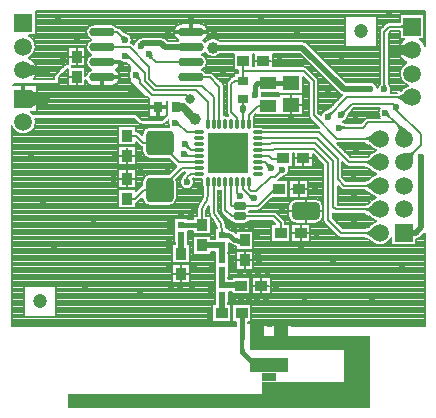
<source format=gtl>
G04*
G04 #@! TF.GenerationSoftware,Altium Limited,Altium Designer,18.1.6 (161)*
G04*
G04 Layer_Physical_Order=1*
G04 Layer_Color=255*
%FSLAX24Y24*%
%MOIN*%
G70*
G01*
G75*
%ADD12C,0.0079*%
%ADD14O,0.0850X0.0295*%
%ADD15R,0.0236X0.0217*%
G04:AMPARAMS|DCode=16|XSize=43.3mil|YSize=23.6mil|CornerRadius=5.9mil|HoleSize=0mil|Usage=FLASHONLY|Rotation=0.000|XOffset=0mil|YOffset=0mil|HoleType=Round|Shape=RoundedRectangle|*
%AMROUNDEDRECTD16*
21,1,0.0433,0.0118,0,0,0.0*
21,1,0.0315,0.0236,0,0,0.0*
1,1,0.0118,0.0157,-0.0059*
1,1,0.0118,-0.0157,-0.0059*
1,1,0.0118,-0.0157,0.0059*
1,1,0.0118,0.0157,0.0059*
%
%ADD16ROUNDEDRECTD16*%
G04:AMPARAMS|DCode=17|XSize=94.5mil|YSize=59.1mil|CornerRadius=14.8mil|HoleSize=0mil|Usage=FLASHONLY|Rotation=0.000|XOffset=0mil|YOffset=0mil|HoleType=Round|Shape=RoundedRectangle|*
%AMROUNDEDRECTD17*
21,1,0.0945,0.0295,0,0,0.0*
21,1,0.0650,0.0591,0,0,0.0*
1,1,0.0295,0.0325,-0.0148*
1,1,0.0295,-0.0325,-0.0148*
1,1,0.0295,-0.0325,0.0148*
1,1,0.0295,0.0325,0.0148*
%
%ADD17ROUNDEDRECTD17*%
G04:AMPARAMS|DCode=18|XSize=90.6mil|YSize=82.7mil|CornerRadius=12.4mil|HoleSize=0mil|Usage=FLASHONLY|Rotation=180.000|XOffset=0mil|YOffset=0mil|HoleType=Round|Shape=RoundedRectangle|*
%AMROUNDEDRECTD18*
21,1,0.0906,0.0579,0,0,180.0*
21,1,0.0657,0.0827,0,0,180.0*
1,1,0.0248,-0.0329,0.0289*
1,1,0.0248,0.0329,0.0289*
1,1,0.0248,0.0329,-0.0289*
1,1,0.0248,-0.0329,-0.0289*
%
%ADD18ROUNDEDRECTD18*%
%ADD19O,0.0335X0.0110*%
%ADD20O,0.0110X0.0335*%
%ADD21R,0.1358X0.1358*%
%ADD40C,0.0157*%
%ADD41C,0.0472*%
%ADD42R,0.0181X0.0799*%
%ADD43R,0.0472X0.0394*%
%ADD44R,0.0394X0.0354*%
%ADD45R,0.0354X0.0394*%
%ADD46R,0.0551X0.0413*%
%ADD47R,0.0571X0.0453*%
%ADD48R,0.0354X0.0276*%
%ADD49R,0.0276X0.0354*%
%ADD50C,0.0118*%
%ADD51C,0.0197*%
%ADD52C,0.0181*%
%ADD53C,0.0177*%
%ADD54C,0.0276*%
%ADD55C,0.0394*%
%ADD56C,0.0315*%
%ADD57R,0.1260X0.0476*%
%ADD58R,0.2756X0.0394*%
%ADD59R,0.4008X0.0508*%
%ADD60R,0.0472X0.0799*%
%ADD61R,0.0859X0.2429*%
%ADD62R,1.0071X0.0476*%
%ADD63R,0.0472X0.0315*%
%ADD64R,0.0591X0.0115*%
%ADD65R,0.0813X0.0161*%
%ADD66C,0.0591*%
%ADD67R,0.0591X0.0591*%
%ADD68R,0.0591X0.0591*%
%ADD69C,0.0236*%
%ADD70C,0.0394*%
%ADD71C,0.0315*%
G36*
X30842Y38141D02*
X30851Y38135D01*
X30859Y38129D01*
X30869Y38124D01*
X30879Y38120D01*
X30889Y38116D01*
X30899Y38113D01*
X30910Y38112D01*
X30922Y38111D01*
X30934Y38110D01*
X30817Y37993D01*
X30817Y38005D01*
X30816Y38017D01*
X30814Y38028D01*
X30811Y38038D01*
X30808Y38049D01*
X30803Y38058D01*
X30798Y38068D01*
X30792Y38077D01*
X30786Y38085D01*
X30778Y38093D01*
X30834Y38149D01*
X30842Y38141D01*
D02*
G37*
G36*
X31040Y37507D02*
X31044Y37501D01*
X31057Y37486D01*
X31114Y37426D01*
X31130Y37410D01*
X31087Y37341D01*
X31079Y37349D01*
X31070Y37356D01*
X31062Y37361D01*
X31053Y37364D01*
X31045Y37367D01*
X31037Y37367D01*
X31029Y37367D01*
X31021Y37365D01*
X31013Y37361D01*
X31006Y37356D01*
X31037Y37511D01*
X31040Y37507D01*
D02*
G37*
G36*
X31862Y37454D02*
X31860Y37443D01*
X31860Y37433D01*
X31860Y37423D01*
X31862Y37414D01*
X31865Y37405D01*
X31869Y37395D01*
X31875Y37387D01*
X31881Y37378D01*
X31889Y37370D01*
X31815Y37332D01*
X31807Y37340D01*
X31799Y37346D01*
X31791Y37353D01*
X31782Y37359D01*
X31762Y37370D01*
X31752Y37374D01*
X31730Y37383D01*
X31718Y37387D01*
X31864Y37464D01*
X31862Y37454D01*
D02*
G37*
G36*
X27781Y37166D02*
X27794Y37157D01*
X27810Y37150D01*
X27828Y37144D01*
X27848Y37138D01*
X27871Y37134D01*
X27896Y37130D01*
X27954Y37126D01*
X27986Y37126D01*
Y36811D01*
X27954Y36811D01*
X27896Y36807D01*
X27871Y36803D01*
X27848Y36799D01*
X27828Y36793D01*
X27810Y36787D01*
X27794Y36780D01*
X27781Y36771D01*
X27770Y36762D01*
Y37175D01*
X27781Y37166D01*
D02*
G37*
G36*
X31418Y36788D02*
X31419Y36777D01*
X31421Y36766D01*
X31423Y36755D01*
X31427Y36745D01*
X31431Y36735D01*
X31436Y36726D01*
X31442Y36717D01*
X31448Y36708D01*
X31456Y36700D01*
X31400Y36644D01*
X31392Y36652D01*
X31384Y36659D01*
X31375Y36664D01*
X31365Y36669D01*
X31356Y36674D01*
X31345Y36677D01*
X31335Y36680D01*
X31324Y36682D01*
X31312Y36683D01*
X31300Y36683D01*
X31417Y36800D01*
X31418Y36788D01*
D02*
G37*
G36*
X35358Y36216D02*
X35193D01*
X35194Y36218D01*
X35194Y36220D01*
X35195Y36225D01*
X35196Y36237D01*
X35197Y36277D01*
X35197Y36291D01*
X35354D01*
X35358Y36216D01*
D02*
G37*
G36*
X27857Y36299D02*
X27869Y36283D01*
X27889Y36268D01*
X27916Y36255D01*
X27952Y36245D01*
X27995Y36236D01*
X28046Y36229D01*
X28172Y36221D01*
X28247Y36220D01*
Y35827D01*
X28172Y35826D01*
X27995Y35811D01*
X27952Y35802D01*
X27916Y35792D01*
X27889Y35779D01*
X27869Y35765D01*
X27857Y35748D01*
X27853Y35730D01*
Y36318D01*
X27857Y36299D01*
D02*
G37*
G36*
X34922Y35850D02*
X34923Y35840D01*
X34925Y35829D01*
X34928Y35819D01*
X34932Y35809D01*
X34937Y35800D01*
X34942Y35790D01*
X34949Y35781D01*
X34956Y35772D01*
X34965Y35763D01*
X34882Y35679D01*
X34799Y35763D01*
X34807Y35772D01*
X34815Y35781D01*
X34821Y35790D01*
X34827Y35800D01*
X34832Y35809D01*
X34836Y35819D01*
X34839Y35829D01*
X34841Y35840D01*
X34842Y35850D01*
X34843Y35861D01*
X34921Y35861D01*
X34922Y35850D01*
D02*
G37*
G36*
X34965Y35595D02*
X34956Y35586D01*
X34949Y35577D01*
X34942Y35568D01*
X34937Y35559D01*
X34932Y35549D01*
X34928Y35539D01*
X34925Y35529D01*
X34923Y35519D01*
X34922Y35508D01*
X34921Y35497D01*
X34843Y35497D01*
X34842Y35508D01*
X34841Y35519D01*
X34839Y35529D01*
X34836Y35539D01*
X34832Y35549D01*
X34827Y35559D01*
X34821Y35568D01*
X34815Y35577D01*
X34807Y35586D01*
X34799Y35595D01*
X34882Y35679D01*
X34965Y35595D01*
D02*
G37*
G36*
X37854Y35524D02*
X37846Y35516D01*
X37839Y35508D01*
X37834Y35499D01*
X37829Y35489D01*
X37824Y35480D01*
X37821Y35469D01*
X37818Y35459D01*
X37816Y35448D01*
X37815Y35436D01*
X37815Y35424D01*
X37698Y35541D01*
X37710Y35542D01*
X37721Y35543D01*
X37732Y35545D01*
X37743Y35547D01*
X37753Y35551D01*
X37763Y35555D01*
X37772Y35560D01*
X37781Y35566D01*
X37790Y35572D01*
X37798Y35580D01*
X37854Y35524D01*
D02*
G37*
G36*
X32736Y35255D02*
X32745Y35233D01*
X32750Y35223D01*
X32761Y35204D01*
X32767Y35195D01*
X32781Y35179D01*
X32788Y35171D01*
X32753Y35094D01*
X32745Y35102D01*
X32736Y35109D01*
X32728Y35114D01*
X32719Y35118D01*
X32709Y35121D01*
X32700Y35123D01*
X32690Y35123D01*
X32680Y35122D01*
X32670Y35120D01*
X32660Y35117D01*
X32731Y35266D01*
X32736Y35255D01*
D02*
G37*
G36*
X33071Y34485D02*
X33072Y34473D01*
X33074Y34462D01*
X33077Y34452D01*
X33080Y34442D01*
X33084Y34432D01*
X33090Y34422D01*
X33095Y34414D01*
X33102Y34405D01*
X33109Y34397D01*
X33054Y34341D01*
X33046Y34349D01*
X33037Y34355D01*
X33028Y34361D01*
X33019Y34366D01*
X33009Y34371D01*
X32999Y34374D01*
X32988Y34377D01*
X32977Y34379D01*
X32966Y34380D01*
X32954Y34380D01*
X33071Y34497D01*
X33071Y34485D01*
D02*
G37*
G36*
X33031Y34193D02*
X33035Y34185D01*
X33040Y34178D01*
X33046Y34171D01*
X33052Y34166D01*
X33060Y34161D01*
X33069Y34158D01*
X33078Y34156D01*
X33089Y34154D01*
X33101Y34154D01*
X33050Y34075D01*
X33038Y34075D01*
X32996Y34071D01*
X32986Y34070D01*
X32959Y34064D01*
X32950Y34061D01*
X33028Y34203D01*
X33031Y34193D01*
D02*
G37*
G36*
X35714Y33860D02*
X35723Y33853D01*
X35732Y33847D01*
X35741Y33842D01*
X35751Y33838D01*
X35761Y33835D01*
X35771Y33832D01*
X35783Y33830D01*
X35794Y33829D01*
X35806Y33829D01*
X35689Y33712D01*
X35689Y33724D01*
X35688Y33735D01*
X35686Y33746D01*
X35683Y33757D01*
X35680Y33767D01*
X35675Y33777D01*
X35670Y33786D01*
X35664Y33795D01*
X35658Y33804D01*
X35650Y33812D01*
X35706Y33867D01*
X35714Y33860D01*
D02*
G37*
G36*
X36190Y33543D02*
X36178Y33543D01*
X36166Y33542D01*
X36155Y33540D01*
X36145Y33537D01*
X36134Y33534D01*
X36125Y33530D01*
X36115Y33525D01*
X36106Y33519D01*
X36098Y33512D01*
X36090Y33505D01*
X36034Y33560D01*
X36042Y33568D01*
X36048Y33577D01*
X36054Y33586D01*
X36059Y33595D01*
X36063Y33605D01*
X36067Y33615D01*
X36070Y33626D01*
X36071Y33637D01*
X36073Y33648D01*
X36073Y33660D01*
X36190Y33543D01*
D02*
G37*
G36*
X33051Y33387D02*
X33054Y33356D01*
X33054Y33353D01*
X33055Y33350D01*
X33056Y33348D01*
X33058Y33347D01*
X32966D01*
X32967Y33348D01*
X32968Y33350D01*
X32969Y33353D01*
X32970Y33356D01*
X32971Y33361D01*
X32972Y33372D01*
X32972Y33387D01*
X32972Y33396D01*
X33051D01*
X33051Y33387D01*
D02*
G37*
G36*
X35116Y32818D02*
X35125Y32811D01*
X35134Y32806D01*
X35143Y32802D01*
X35152Y32799D01*
X35161Y32798D01*
X35170Y32798D01*
X35179Y32799D01*
X35189Y32802D01*
X35198Y32806D01*
X35139Y32652D01*
X35134Y32662D01*
X35119Y32692D01*
X35113Y32702D01*
X35100Y32719D01*
X35094Y32727D01*
X35080Y32742D01*
X35108Y32825D01*
X35116Y32818D01*
D02*
G37*
G36*
X40218Y38349D02*
X40217Y38356D01*
X40215Y38363D01*
X40211Y38369D01*
X40205Y38374D01*
X40198Y38378D01*
X40189Y38382D01*
X40179Y38385D01*
X40167Y38387D01*
X40153Y38388D01*
X40138Y38388D01*
Y38467D01*
X40153Y38467D01*
X40167Y38469D01*
X40179Y38470D01*
X40189Y38473D01*
X40198Y38477D01*
X40205Y38481D01*
X40211Y38486D01*
X40215Y38492D01*
X40217Y38499D01*
X40218Y38506D01*
Y38349D01*
D02*
G37*
G36*
X40300Y37433D02*
X40289Y37443D01*
X40276Y37451D01*
X40260Y37459D01*
X40242Y37465D01*
X40222Y37470D01*
X40199Y37475D01*
X40174Y37478D01*
X40116Y37482D01*
X40084Y37483D01*
Y37798D01*
X40116Y37798D01*
X40174Y37802D01*
X40199Y37806D01*
X40222Y37810D01*
X40242Y37815D01*
X40260Y37822D01*
X40276Y37829D01*
X40289Y37838D01*
X40300Y37847D01*
Y37433D01*
D02*
G37*
G36*
X39626Y36500D02*
X39628Y36489D01*
X39630Y36479D01*
X39633Y36469D01*
X39637Y36459D01*
X39642Y36449D01*
X39647Y36440D01*
X39654Y36431D01*
X39661Y36422D01*
X39669Y36413D01*
X39504D01*
X39512Y36422D01*
X39520Y36431D01*
X39526Y36440D01*
X39532Y36449D01*
X39536Y36459D01*
X39540Y36469D01*
X39543Y36479D01*
X39546Y36489D01*
X39547Y36500D01*
X39547Y36511D01*
X39626D01*
X39626Y36500D01*
D02*
G37*
G36*
X40300Y35859D02*
X40268Y35890D01*
X40208Y35944D01*
X40180Y35966D01*
X40153Y35984D01*
X40128Y35999D01*
X40104Y36011D01*
X40082Y36019D01*
X40061Y36024D01*
X40041Y36026D01*
Y36105D01*
X40061Y36106D01*
X40082Y36111D01*
X40104Y36120D01*
X40128Y36131D01*
X40153Y36147D01*
X40180Y36165D01*
X40208Y36187D01*
X40268Y36240D01*
X40300Y36272D01*
Y35859D01*
D02*
G37*
G36*
X39907Y35877D02*
X39921Y35865D01*
X39927Y35861D01*
X39933Y35857D01*
X39939Y35854D01*
X39944Y35852D01*
X39949Y35851D01*
X39953Y35851D01*
X39957Y35852D01*
X39877Y35771D01*
X39877Y35775D01*
X39877Y35779D01*
X39876Y35784D01*
X39874Y35789D01*
X39871Y35795D01*
X39868Y35801D01*
X39863Y35807D01*
X39858Y35814D01*
X39844Y35828D01*
X39900Y35884D01*
X39907Y35877D01*
D02*
G37*
G36*
X38306Y35583D02*
X38299Y35575D01*
X38292Y35567D01*
X38286Y35558D01*
X38281Y35549D01*
X38277Y35539D01*
X38274Y35529D01*
X38271Y35518D01*
X38269Y35507D01*
X38268Y35495D01*
X38268Y35483D01*
X38151Y35600D01*
X38163Y35601D01*
X38174Y35602D01*
X38185Y35604D01*
X38196Y35606D01*
X38206Y35610D01*
X38216Y35614D01*
X38225Y35619D01*
X38234Y35625D01*
X38243Y35632D01*
X38251Y35639D01*
X38306Y35583D01*
D02*
G37*
G36*
X39744Y35548D02*
X39745Y35536D01*
X39747Y35525D01*
X39750Y35515D01*
X39753Y35505D01*
X39758Y35495D01*
X39763Y35485D01*
X39769Y35477D01*
X39775Y35468D01*
X39783Y35460D01*
X39727Y35404D01*
X39719Y35412D01*
X39710Y35418D01*
X39702Y35424D01*
X39692Y35429D01*
X39682Y35434D01*
X39672Y35437D01*
X39662Y35440D01*
X39651Y35442D01*
X39639Y35443D01*
X39627Y35443D01*
X39744Y35560D01*
X39744Y35548D01*
D02*
G37*
G36*
X38174Y35134D02*
X38183Y35126D01*
X38192Y35120D01*
X38201Y35114D01*
X38211Y35109D01*
X38221Y35105D01*
X38231Y35102D01*
X38241Y35100D01*
X38252Y35099D01*
X38263Y35098D01*
Y35020D01*
X38252Y35019D01*
X38241Y35018D01*
X38231Y35016D01*
X38221Y35013D01*
X38211Y35009D01*
X38201Y35004D01*
X38192Y34998D01*
X38183Y34992D01*
X38174Y34985D01*
X38165Y34976D01*
Y35142D01*
X38174Y35134D01*
D02*
G37*
G36*
X40133Y35111D02*
X40143Y35103D01*
X40344Y34975D01*
X40392Y34946D01*
X40005Y34878D01*
X40025Y34905D01*
X40041Y34932D01*
X40053Y34957D01*
X40061Y34981D01*
X40065Y35004D01*
X40066Y35026D01*
X40062Y35047D01*
X40055Y35067D01*
X40043Y35086D01*
X40028Y35103D01*
X40128Y35115D01*
X40133Y35111D01*
D02*
G37*
G36*
X39238Y34488D02*
X39206Y34520D01*
X39146Y34574D01*
X39118Y34595D01*
X39091Y34614D01*
X39066Y34629D01*
X39042Y34640D01*
X39020Y34649D01*
X38999Y34654D01*
X38979Y34656D01*
Y34734D01*
X38999Y34736D01*
X39020Y34741D01*
X39042Y34749D01*
X39066Y34761D01*
X39091Y34776D01*
X39118Y34794D01*
X39146Y34816D01*
X39206Y34870D01*
X39238Y34902D01*
Y34488D01*
D02*
G37*
G36*
X40596Y34212D02*
X40584Y34197D01*
X40572Y34178D01*
X40562Y34157D01*
X40554Y34131D01*
X40547Y34103D01*
X40541Y34071D01*
X40536Y34036D01*
X40532Y33956D01*
X40531Y33910D01*
X40239Y34203D01*
X40284Y34203D01*
X40365Y34208D01*
X40400Y34212D01*
X40432Y34218D01*
X40460Y34225D01*
X40485Y34234D01*
X40507Y34243D01*
X40525Y34255D01*
X40541Y34268D01*
X40596Y34212D01*
D02*
G37*
G36*
X39238Y33701D02*
X39206Y33733D01*
X39146Y33786D01*
X39118Y33808D01*
X39091Y33826D01*
X39066Y33841D01*
X39042Y33853D01*
X39020Y33861D01*
X38999Y33866D01*
X38979Y33868D01*
Y33947D01*
X38999Y33949D01*
X39020Y33954D01*
X39042Y33962D01*
X39066Y33974D01*
X39091Y33989D01*
X39118Y34007D01*
X39146Y34029D01*
X39206Y34082D01*
X39238Y34114D01*
Y33701D01*
D02*
G37*
G36*
Y32913D02*
X39206Y32945D01*
X39146Y32999D01*
X39118Y33020D01*
X39091Y33039D01*
X39066Y33054D01*
X39042Y33066D01*
X39020Y33074D01*
X38999Y33079D01*
X38979Y33081D01*
Y33159D01*
X38999Y33161D01*
X39020Y33166D01*
X39042Y33175D01*
X39066Y33186D01*
X39091Y33201D01*
X39118Y33220D01*
X39146Y33241D01*
X39206Y33295D01*
X39238Y33327D01*
Y32913D01*
D02*
G37*
G36*
Y32126D02*
X39206Y32158D01*
X39146Y32211D01*
X39118Y32233D01*
X39091Y32251D01*
X39066Y32267D01*
X39042Y32278D01*
X39020Y32287D01*
X38999Y32292D01*
X38979Y32293D01*
Y32372D01*
X38999Y32374D01*
X39020Y32379D01*
X39042Y32387D01*
X39066Y32399D01*
X39091Y32414D01*
X39118Y32432D01*
X39146Y32454D01*
X39206Y32508D01*
X39238Y32539D01*
Y32126D01*
D02*
G37*
G36*
X40530Y31645D02*
X40533Y31644D01*
X40578Y31644D01*
X40630Y31644D01*
Y31447D01*
X40529Y31446D01*
Y31645D01*
X40530Y31645D01*
D02*
G37*
G36*
X39238Y31339D02*
X39206Y31370D01*
X39146Y31424D01*
X39118Y31446D01*
X39091Y31464D01*
X39066Y31479D01*
X39042Y31491D01*
X39020Y31499D01*
X38999Y31504D01*
X38979Y31506D01*
Y31585D01*
X38999Y31586D01*
X39020Y31591D01*
X39042Y31600D01*
X39066Y31611D01*
X39091Y31626D01*
X39118Y31645D01*
X39146Y31667D01*
X39206Y31720D01*
X39238Y31752D01*
Y31339D01*
D02*
G37*
D12*
X39760Y38585D02*
G03*
X39649Y38539I0J-157D01*
G01*
X40945Y37770D02*
G03*
X40766Y38014I-434J-129D01*
G01*
X40256D02*
G03*
X40331Y37225I255J-374D01*
G01*
D02*
G03*
X40385Y36459I180J-372D01*
G01*
X39760Y38585D02*
G03*
X39648Y38539I0J-157D01*
G01*
X39475Y38366D02*
G03*
X39429Y38254I111J-112D01*
G01*
X39475Y38366D02*
G03*
X39429Y38254I111J-111D01*
G01*
X40385Y36459D02*
G03*
X40225Y36364I126J-394D01*
G01*
X39357Y36385D02*
G03*
X39030Y36565I-233J-37D01*
G01*
X39410Y36486D02*
G03*
X39357Y36385I176J-157D01*
G01*
X39823Y36329D02*
G03*
X39763Y36486I-236J0D01*
G01*
X39798Y36223D02*
G03*
X39823Y36329I-211J106D01*
G01*
X39434Y35699D02*
G03*
X39459Y35394I192J-138D01*
G01*
X39163Y34396D02*
G03*
X39323Y34301I286J299D01*
G01*
D02*
G03*
X39163Y34206I126J-394D01*
G01*
Y33609D02*
G03*
X39323Y33514I286J299D01*
G01*
X39055Y35394D02*
G03*
X38944Y35348I0J-157D01*
G01*
X39055Y35394D02*
G03*
X38944Y35347I0J-157D01*
G01*
X38213Y35255D02*
G03*
X38385Y35469I-63J228D01*
G01*
X38294Y33796D02*
G03*
X38406Y33750I111J111D01*
G01*
X38294Y33796D02*
G03*
X38406Y33750I112J111D01*
G01*
X37392Y36614D02*
G03*
X37345Y36726I-157J0D01*
G01*
X37392Y36614D02*
G03*
X37346Y36726I-157J0D01*
G01*
X37011Y37060D02*
G03*
X36900Y37106I-111J-111D01*
G01*
X37013Y37879D02*
G03*
X36860Y37943I-153J-153D01*
G01*
X37011Y37060D02*
G03*
X36900Y37106I-112J-111D01*
G01*
X38085Y36196D02*
G03*
X38189Y36138I153J153D01*
G01*
X38085Y36195D02*
G03*
X38189Y36138I153J153D01*
G01*
X37014Y37879D02*
G03*
X36860Y37943I-153J-153D01*
G01*
X35512Y36132D02*
G03*
X35498Y36211I-236J0D01*
G01*
X34587Y36780D02*
G03*
X34495Y36735I20J-156D01*
G01*
X34587Y36780D02*
G03*
X34495Y36735I20J-156D01*
G01*
X37683Y35659D02*
G03*
X37464Y35465I14J-236D01*
G01*
X38238Y35235D02*
G03*
X38213Y35255I-157J-176D01*
G01*
X37077Y35472D02*
G03*
X37123Y35361I157J0D01*
G01*
X37077Y35472D02*
G03*
X37123Y35361I157J0D01*
G01*
X35252Y35299D02*
G03*
X35236Y35371I-173J0D01*
G01*
X35549Y35059D02*
G03*
X35476Y35075I-72J-157D01*
G01*
X36427Y33661D02*
G03*
X36406Y33760I-236J0D01*
G01*
X39323Y33514D02*
G03*
X39163Y33419I126J-394D01*
G01*
X38137Y33009D02*
G03*
X38248Y32963I111J111D01*
G01*
X38136Y33009D02*
G03*
X38248Y32963I112J111D01*
G01*
X39323Y32726D02*
G03*
X39163Y32632I126J-394D01*
G01*
Y32821D02*
G03*
X39323Y32726I286J299D01*
G01*
X39163Y32034D02*
G03*
X39323Y31939I286J299D01*
G01*
D02*
G03*
X39163Y31844I126J-394D01*
G01*
X37559Y32421D02*
G03*
X37293Y32687I-266J0D01*
G01*
X37874Y32202D02*
G03*
X37963Y32175I89J130D01*
G01*
X37874Y32202D02*
G03*
X37963Y32175I89J130D01*
G01*
X37559Y31969D02*
G03*
X37605Y31857I157J0D01*
G01*
X37559Y31969D02*
G03*
X37605Y31857I157J0D01*
G01*
X37293Y31860D02*
G03*
X37559Y32126I0J266D01*
G01*
X38028Y31434D02*
G03*
X38140Y31388I112J111D01*
G01*
X38028Y31434D02*
G03*
X38140Y31388I111J111D01*
G01*
X40650Y31330D02*
G03*
X40783Y31393I-20J216D01*
G01*
X40650Y31330D02*
G03*
X40783Y31392I-20J216D01*
G01*
X39163Y31246D02*
G03*
X39823Y31369I286J299D01*
G01*
X36205Y33426D02*
G03*
X36427Y33661I-14J236D01*
G01*
X36644Y32687D02*
G03*
X36378Y32421I0J-266D01*
G01*
Y32126D02*
G03*
X36644Y31860I266J0D01*
G01*
X36289Y31870D02*
G03*
X36243Y31981I-157J0D01*
G01*
X36289Y31870D02*
G03*
X36243Y31982I-157J0D01*
G01*
X35374Y32293D02*
G03*
X35486Y32340I0J157D01*
G01*
X35374Y32293D02*
G03*
X35485Y32339I0J157D01*
G01*
X36017Y32208D02*
G03*
X35906Y32254I-111J-111D01*
G01*
X36017Y32208D02*
G03*
X35906Y32254I-112J-111D01*
G01*
X34941Y31860D02*
G03*
X35088Y31939I0J177D01*
G01*
X34478Y31940D02*
G03*
X34626Y31860I148J97D01*
G01*
X34627Y31566D02*
G03*
X34409Y31671I-258J-258D01*
G01*
X34448Y31189D02*
G03*
X34636Y31089I257J257D01*
G01*
X34107Y37943D02*
G03*
X33621Y37909I-229J-217D01*
G01*
X33614Y37555D02*
G03*
X34107Y37510I264J171D01*
G01*
X34377Y36617D02*
G03*
X34331Y36506I111J-112D01*
G01*
X34377Y36617D02*
G03*
X34331Y36506I111J-111D01*
G01*
X33887Y36847D02*
G03*
X33776Y36894I-112J-111D01*
G01*
X33887Y36848D02*
G03*
X33776Y36894I-111J-111D01*
G01*
X34252Y36417D02*
G03*
X34206Y36529I-157J0D01*
G01*
X34252Y36417D02*
G03*
X34206Y36529I-157J0D01*
G01*
X33724Y38236D02*
G03*
X33419Y38541I-305J0D01*
G01*
X33556Y37964D02*
G03*
X33724Y38236I-137J272D01*
G01*
X33621Y37909D02*
G03*
X33556Y37964I-202J-173D01*
G01*
X33685Y37236D02*
G03*
X33509Y37486I-266J0D01*
G01*
X32864Y38541D02*
G03*
X32727Y37964I0J-305D01*
G01*
X33509Y37486D02*
G03*
X33614Y37555I-90J250D01*
G01*
X33509Y36986D02*
G03*
X33685Y37236I-90J250D01*
G01*
X33633Y36894D02*
G03*
X33509Y36986I-214J-157D01*
G01*
X32299Y38017D02*
G03*
X32146Y38081I-153J-153D01*
G01*
X32299Y38017D02*
G03*
X32146Y38081I-153J-153D01*
G01*
X31545D02*
G03*
X31392Y38017I0J-217D01*
G01*
X31545Y38081D02*
G03*
X31392Y38017I0J-217D01*
G01*
X34331Y35571D02*
G03*
X34377Y35460I157J0D01*
G01*
X34331Y35571D02*
G03*
X34377Y35459I157J0D01*
G01*
X34390Y35442D02*
G03*
X34252Y35468I-98J-143D01*
G01*
X33231Y33366D02*
G03*
X33303Y33350I72J157D01*
G01*
X33248Y33238D02*
G03*
X33210Y33366I-236J0D01*
G01*
X32901Y33507D02*
G03*
X32861Y33443I111J-112D01*
G01*
X32900Y33507D02*
G03*
X32861Y33443I111J-111D01*
G01*
X32625Y33806D02*
G03*
X32667Y33776I111J111D01*
G01*
X32667Y33272D02*
G03*
X32661Y33325I-242J0D01*
G01*
X32396Y35303D02*
G03*
X32429Y35089I224J-75D01*
G01*
X32185Y35157D02*
G03*
X32297Y35204I0J157D01*
G01*
X32185Y35157D02*
G03*
X32296Y35204I0J157D01*
G01*
X31768Y35089D02*
G03*
X31526Y34846I0J-242D01*
G01*
X32625Y33806D02*
G03*
X32667Y33776I112J111D01*
G01*
X31526Y34268D02*
G03*
X31768Y34026I242J0D01*
G01*
Y33514D02*
G03*
X31526Y33272I0J-242D01*
G01*
X31390Y38015D02*
G03*
X31241Y37820I86J-220D01*
G01*
X31171Y37992D02*
G03*
X30949Y38228I-236J0D01*
G01*
X31147Y37887D02*
G03*
X31171Y37992I-212J105D01*
G01*
X31214Y37848D02*
G03*
X31147Y37887I-111J-111D01*
G01*
X31214Y37847D02*
G03*
X31147Y37887I-112J-111D01*
G01*
X30802Y38348D02*
G03*
X30691Y38394I-111J-111D01*
G01*
X30683D02*
G03*
X30469Y38502I-214J-157D01*
G01*
X30803Y38347D02*
G03*
X30691Y38394I-112J-111D01*
G01*
X29914Y38502D02*
G03*
X29824Y37986I0J-266D01*
G01*
D02*
G03*
X29824Y37486I90J-250D01*
G01*
D02*
G03*
X29824Y36986I90J-250D01*
G01*
D02*
G03*
X29654Y36791I90J-250D01*
G01*
X29188Y37067D02*
G03*
X29172Y37106I-152J-39D01*
G01*
X29188Y37067D02*
G03*
X29172Y37106I-152J-39D01*
G01*
X27972Y37756D02*
G03*
X27735Y38130I-413J0D01*
G01*
X29035Y37185D02*
G03*
X28924Y37139I0J-157D01*
G01*
X29035Y37185D02*
G03*
X28924Y37139I0J-157D01*
G01*
X27739Y37384D02*
G03*
X27972Y37756I-180J372D01*
G01*
X28012Y36969D02*
G03*
X27739Y37384I-453J0D01*
G01*
X27910Y36683D02*
G03*
X28012Y36969I-351J285D01*
G01*
X31394Y35204D02*
G03*
X31506Y35157I112J111D01*
G01*
X31395Y35204D02*
G03*
X31506Y35157I111J111D01*
G01*
X31430Y34895D02*
G03*
X31319Y34941I-112J-111D01*
G01*
X31430Y34895D02*
G03*
X31319Y34941I-111J-111D01*
G01*
X28629Y36844D02*
G03*
X28583Y36732I111J-111D01*
G01*
X28629Y36844D02*
G03*
X28583Y36732I111J-112D01*
G01*
X31434Y34446D02*
G03*
X31526Y34401I112J111D01*
G01*
X31434Y34446D02*
G03*
X31526Y34401I111J111D01*
G01*
X27972Y35236D02*
G03*
X27955Y35354I-413J0D01*
G01*
X27165Y35110D02*
G03*
X27972Y35236I394J126D01*
G01*
X34134Y32303D02*
G03*
X34180Y32192I157J0D01*
G01*
X34134Y32303D02*
G03*
X34180Y32192I157J0D01*
G01*
X34055Y32957D02*
G03*
X34134Y32957I39J169D01*
G01*
X34055Y32318D02*
G03*
X34117Y32168I212J0D01*
G01*
X34386Y31985D02*
G03*
X34478Y31940I112J111D01*
G01*
X34387Y31985D02*
G03*
X34478Y31940I111J111D01*
G01*
X34013Y31703D02*
G03*
X33895Y31945I-411J-50D01*
G01*
X34329Y31703D02*
G03*
X34117Y32168I-727J-50D01*
G01*
X33694Y32389D02*
G03*
X33740Y32441I-397J397D01*
G01*
Y32318D02*
G03*
X33777Y32126I527J0D01*
G01*
X33694Y32388D02*
G03*
X33661Y32310I79J-78D01*
G01*
X33528Y33126D02*
G03*
X33543Y33054I173J0D01*
G01*
X33471Y32611D02*
G03*
X33543Y32785I-174J174D01*
G01*
X33777Y32126D02*
G03*
X33799Y32076I491J192D01*
G01*
D02*
G03*
X33895Y31946I468J242D01*
G01*
X32856Y33415D02*
G03*
X33248Y33238I156J-177D01*
G01*
X31526Y33135D02*
G03*
X31454Y33094I39J-152D01*
G01*
X31526Y33135D02*
G03*
X31453Y33093I39J-152D01*
G01*
X33471Y32611D02*
G03*
X33346Y32310I301J-301D01*
G01*
X31526Y32693D02*
G03*
X31768Y32451I242J0D01*
G01*
X32425D02*
G03*
X32667Y32693I0J242D01*
G01*
X31310Y32535D02*
G03*
X31381Y32576I-40J152D01*
G01*
X31310Y32535D02*
G03*
X31381Y32576I-40J152D01*
G01*
X31112Y36946D02*
G03*
X31112Y36657I187J-144D01*
G01*
X30774Y37236D02*
G03*
X30771Y37281I-305J0D01*
G01*
D02*
G03*
X30988Y37221I164J170D01*
G01*
X30644Y36986D02*
G03*
X30774Y37236I-175J250D01*
G01*
Y36736D02*
G03*
X30644Y36986I-305J0D01*
G01*
X30469Y36431D02*
G03*
X30774Y36736I0J305D01*
G01*
X29626Y36637D02*
G03*
X29914Y36431I288J100D01*
G01*
X27867Y35512D02*
G03*
X27802Y35571I-308J-276D01*
G01*
X33583Y32500D02*
G03*
X33701Y32785I-285J285D01*
G01*
X33583Y32500D02*
G03*
X33504Y32310I190J-190D01*
G01*
X33898Y32318D02*
G03*
X34006Y32057I370J0D01*
G01*
X34173Y31653D02*
G03*
X34006Y32057I-571J0D01*
G01*
X40766Y38014D02*
X40924D01*
X40098Y38841D02*
X40924D01*
Y38014D02*
Y38841D01*
X39825Y38270D02*
X40098D01*
Y38014D02*
X40256D01*
X40839Y37953D02*
X40945D01*
X40899Y37874D02*
X40945D01*
X39744Y37953D02*
X40183D01*
X39744Y37874D02*
X40123D01*
X39760Y38585D02*
X40098D01*
Y38841D01*
Y38014D02*
Y38270D01*
X39744Y38189D02*
X39825Y38270D01*
X39823Y38268D02*
X40098D01*
X39744Y38189D02*
X40098D01*
X39744Y38110D02*
X40098D01*
X39744Y38031D02*
X40098D01*
X40945Y37770D02*
Y38937D01*
X39744Y37323D02*
X40188D01*
X39744Y37244D02*
X40292D01*
X39744Y37165D02*
X40240D01*
X39744Y37087D02*
X40170D01*
X39744Y37716D02*
X40065D01*
X39744Y37638D02*
X40058D01*
X39744Y37795D02*
X40086D01*
X39744Y36525D02*
Y38189D01*
Y37401D02*
X40126D01*
X39744Y37008D02*
X40128D01*
X39744Y37559D02*
X40066D01*
X39744Y37480D02*
X40087D01*
X39334Y38740D02*
X40098D01*
X39475Y38366D02*
X39648Y38539D01*
X39334Y38661D02*
X40098D01*
X39334Y38583D02*
X39732D01*
X39334Y38504D02*
X39614D01*
X39334Y38425D02*
X39535D01*
X39334Y38268D02*
X39430D01*
X39334Y38189D02*
X39429D01*
X38291Y38792D02*
X39334Y38792D01*
Y38346D02*
X39459D01*
X39334Y37953D02*
X39429D01*
X39334Y37874D02*
X39429D01*
X39334Y38110D02*
X39429D01*
X39334Y38031D02*
X39429D01*
X37334Y37559D02*
X39429D01*
X39334Y37795D02*
X39429D01*
Y36525D02*
Y38254D01*
X37176Y37716D02*
X39429D01*
X37255Y37638D02*
X39429D01*
X37728Y37165D02*
X39429D01*
X37806Y37087D02*
X39429D01*
X37413Y37480D02*
X39429D01*
X37491Y37401D02*
X39429D01*
X39334Y38792D02*
X39334Y37739D01*
X38291Y38792D02*
X38291Y37739D01*
X37019Y37874D02*
X38291D01*
X37014Y37879D02*
X38328Y36565D01*
X38291Y37739D02*
X39334Y37739D01*
X37649Y37244D02*
X39429D01*
X37098Y37795D02*
X38291D01*
X37570Y37323D02*
X39429D01*
X39785Y36457D02*
X40378D01*
X39744Y36693D02*
X40130D01*
X39744Y36614D02*
X40173D01*
X39744Y36535D02*
X40246D01*
X40186Y36328D02*
X40215Y36358D01*
X40131Y36279D02*
X40186Y36328D01*
X39818Y36378D02*
X40240D01*
X39821Y36299D02*
X40153D01*
X39744Y36929D02*
X40105D01*
X39744Y36850D02*
X40098D01*
X39744Y36772D02*
X40106D01*
X39268Y36535D02*
X39429D01*
X39334Y36457D02*
X39388D01*
X39798Y36223D02*
X40025D01*
X38589Y35699D02*
X39434D01*
X39055Y35394D02*
X39459D01*
X39123Y33645D02*
X39153Y33615D01*
X39069Y34481D02*
X39123Y34432D01*
X38813Y35217D02*
X38944Y35347D01*
X39123Y34432D02*
X39153Y34403D01*
X39123Y34170D02*
X39153Y34200D01*
X39069Y34121D02*
X39123Y34170D01*
X39069Y33694D02*
X39123Y33645D01*
X38121Y36772D02*
X39429D01*
X38043Y36850D02*
X39429D01*
X38200Y36693D02*
X39429D01*
X37885Y37008D02*
X39429D01*
X37964Y36929D02*
X39429D01*
X38559Y35669D02*
X39416D01*
X38402Y35512D02*
X39395D01*
X38279Y36614D02*
X39429D01*
X38381Y35433D02*
X39427D01*
X38481Y35590D02*
X39392D01*
X38400Y35510D02*
X38589Y35699D01*
X38328Y36565D02*
X39030D01*
X38348Y35354D02*
X38951D01*
X38277Y35217D02*
X38813D01*
X38264Y35276D02*
X38872D01*
X38012Y34537D02*
X38962D01*
X38205Y34331D02*
X39253D01*
X38284Y34252D02*
X39220D01*
X38363Y34173D02*
X39126D01*
X38048Y34488D02*
X39059D01*
X38126Y34409D02*
X39146D01*
X38189Y33543D02*
X39253D01*
X38189Y33465D02*
X39220D01*
X38189Y33701D02*
X39059D01*
X38189Y33622D02*
X39146D01*
X38441Y34094D02*
X39032D01*
X38471Y34065D02*
X38962D01*
X37998Y34538D02*
X38471Y34065D01*
X38189Y33901D02*
X38294Y33796D01*
X38406Y33750D02*
X38962D01*
X38189Y33779D02*
X38314D01*
X37300Y36772D02*
X37509D01*
X37221Y36850D02*
X37430D01*
X37142Y36929D02*
X37351D01*
X37011Y37060D02*
X37345Y36726D01*
X37392Y36614D02*
X37666D01*
X37392Y36535D02*
X37745D01*
X37371Y36693D02*
X37588D01*
X36976Y37087D02*
X37194D01*
X37063Y37008D02*
X37273D01*
X36880Y36614D02*
X37012D01*
X36880Y36535D02*
X37077D01*
X36880Y36693D02*
X36933D01*
X36880Y36746D02*
X37077Y36549D01*
X37392Y36299D02*
X37981D01*
X37392Y36378D02*
X37903D01*
X37392Y36220D02*
X38060D01*
X37392Y36457D02*
X37824D01*
X37392Y35538D02*
Y36614D01*
Y36142D02*
X38174D01*
X37724Y35673D02*
X38189Y36138D01*
X36880Y36191D02*
Y36746D01*
X37077Y35472D02*
Y36549D01*
X36880Y36457D02*
X37077D01*
X36880Y36378D02*
X37077D01*
X36880Y36142D02*
X37077D01*
X36880Y35482D02*
Y36171D01*
Y36299D02*
X37077D01*
X36880Y36220D02*
X37077D01*
X35866Y37510D02*
X36771D01*
X35866Y37106D02*
Y37510D01*
Y37480D02*
X36800D01*
X35866Y37401D02*
X36879D01*
X35866Y37165D02*
X37115D01*
X35866Y37106D02*
X36900D01*
X35866Y37323D02*
X36958D01*
X35866Y37244D02*
X37036D01*
X35197Y37401D02*
X35236D01*
X35197Y37323D02*
X35236D01*
X35197Y37510D02*
X35236D01*
X35197Y37480D02*
X35236D01*
X35276Y37274D02*
X35551D01*
X35827D01*
X35197Y37244D02*
X35236D01*
X35197Y37165D02*
X35236D01*
X36771Y37510D02*
X38085Y36196D01*
X35498Y36211D02*
X36073D01*
X35197Y37106D02*
X35236D01*
Y37510D01*
X36073Y36191D02*
X36880D01*
X36073Y36171D02*
X36880D01*
X35512Y36142D02*
X36073D01*
Y36112D02*
Y36171D01*
X35197Y37106D02*
Y37510D01*
X34724Y36880D02*
Y36949D01*
X34567Y36978D02*
X34724D01*
X34567D02*
Y37510D01*
X34587Y36880D02*
X34724D01*
X34587Y36780D02*
Y36880D01*
X37392Y35905D02*
X37956D01*
X37392Y35827D02*
X37878D01*
X37392Y35748D02*
X37799D01*
X37392Y36063D02*
X38114D01*
X37392Y35984D02*
X38035D01*
X37418Y35512D02*
X37478D01*
X37392Y35669D02*
X37718D01*
X37392Y35590D02*
X37530D01*
X36880Y35905D02*
X37077D01*
X36880Y35827D02*
X37077D01*
X36880Y36063D02*
X37077D01*
X36880Y35984D02*
X37077D01*
X36880Y35590D02*
X37077D01*
X36880Y35512D02*
X37077D01*
X36880Y35748D02*
X37077D01*
X36880Y35669D02*
X37077D01*
X37392Y35538D02*
X37464Y35465D01*
X37205Y34016D02*
X37356D01*
X37123Y35361D02*
X37426Y35058D01*
X37205Y34167D02*
X37559Y33813D01*
X37205Y33937D02*
X37435D01*
X38189Y33858D02*
X38232D01*
X37205D02*
X37514D01*
X37205Y33779D02*
X37559D01*
X37205Y34094D02*
X37277D01*
X37205Y33760D02*
Y34167D01*
X36890Y34055D02*
X37165D01*
X36890Y33799D02*
Y34055D01*
X36614D02*
X36890D01*
X36575Y33760D02*
X37205D01*
X36476Y35827D02*
X36841D01*
X36476D02*
Y36132D01*
Y35522D02*
Y35827D01*
X36102Y35482D02*
X36880D01*
X35252Y35433D02*
X37082D01*
X35252Y35197D02*
X37287D01*
X35252Y35118D02*
X37366D01*
X35243Y35354D02*
X37130D01*
X35252Y35276D02*
X37208D01*
X35511Y36112D02*
X36073D01*
X35315Y35463D02*
Y35496D01*
Y35463D02*
X36102D01*
X35236Y35417D02*
X35315Y35496D01*
X35252Y35075D02*
Y35299D01*
X35252Y35075D02*
X35476D01*
X35236Y35371D02*
Y35417D01*
X36535Y34016D02*
X36575D01*
X36535Y34094D02*
X36575D01*
X36535Y33937D02*
X36575D01*
X35549Y35059D02*
X37411D01*
X36535Y34203D02*
X36575D01*
X36424Y33701D02*
X37559D01*
X36424Y33622D02*
X37559D01*
X36395Y33543D02*
X37559D01*
X36321Y33465D02*
X37559D01*
X36535Y34173D02*
X36575D01*
Y33760D02*
Y34203D01*
X36535Y33760D02*
Y34203D01*
Y33858D02*
X36575D01*
X36535Y33779D02*
X36575D01*
X36406Y33760D02*
X36535D01*
X39123Y33383D02*
X39153Y33412D01*
X39069Y33334D02*
X39123Y33383D01*
X38205Y33386D02*
X39126D01*
X38284Y33307D02*
X39032D01*
X39069Y32906D02*
X39123Y32857D01*
X39153Y32828D01*
X38031Y32913D02*
X39059D01*
X38031Y32835D02*
X39146D01*
X38189Y33402D02*
X38313Y33278D01*
X38189Y33402D02*
Y33901D01*
X38313Y33278D02*
X38962D01*
X38031Y33071D02*
X38075D01*
X38031Y33114D02*
X38136Y33009D01*
X38248Y32963D02*
X38962D01*
X38031Y32992D02*
X38156D01*
X39123Y32595D02*
X39153Y32625D01*
X38031Y32756D02*
X39253D01*
X38031Y32677D02*
X39220D01*
X37939Y31968D02*
X39253D01*
X38018Y31890D02*
X39220D01*
X39069Y32547D02*
X39123Y32595D01*
X38031Y32490D02*
Y33114D01*
Y32598D02*
X39126D01*
X38031Y32520D02*
X39032D01*
X39069Y32119D02*
X39123Y32070D01*
X39153Y32040D01*
X38031Y32490D02*
X38962D01*
X37963Y32175D02*
X38962D01*
X37057Y33150D02*
X37559D01*
X37057Y33228D02*
X37559D01*
X37057Y33071D02*
X37559D01*
X36138Y33386D02*
X37559D01*
X37057Y33307D02*
X37559D01*
X37057Y32835D02*
X37559D01*
X37491Y32598D02*
X37559D01*
X37057Y32992D02*
X37559D01*
X37057Y32913D02*
X37559D01*
X37057Y32717D02*
Y33307D01*
X37559Y32421D02*
Y33813D01*
X36427Y33307D02*
X37057D01*
Y32756D02*
X37559D01*
X37365Y32677D02*
X37559D01*
X36427Y32717D02*
X37057D01*
X36644Y32687D02*
X37293D01*
X37874Y32047D02*
X39146D01*
X37874Y32126D02*
X39059D01*
X37874Y32034D02*
Y32202D01*
Y32034D02*
X38205Y31703D01*
X37605Y31857D02*
X38028Y31434D01*
X37559Y32126D02*
Y32421D01*
Y31969D02*
Y32421D01*
X36969Y32274D02*
X37520D01*
X37507Y31968D02*
X37559D01*
X37415Y31890D02*
X37580D01*
X36644Y31860D02*
X37293D01*
X37116Y31260D02*
Y31850D01*
X39123Y31808D02*
X39153Y31838D01*
X39069Y31759D02*
X39123Y31808D01*
X38205Y31703D02*
X38962D01*
X38097Y31811D02*
X39126D01*
X38176Y31732D02*
X39032D01*
X40887Y31496D02*
X40945D01*
X40808Y31417D02*
X40945D01*
X40783Y31393D02*
X40945Y31554D01*
X37116Y31653D02*
X37809D01*
X37116Y31575D02*
X37888D01*
X37116Y31811D02*
X37651D01*
X37116Y31732D02*
X37730D01*
X37116Y31496D02*
X37966D01*
X36801Y31555D02*
X37077D01*
X37116Y31417D02*
X38048D01*
X40694Y31339D02*
X40945D01*
Y28445D02*
Y31554D01*
X40650Y31132D02*
Y31330D01*
Y31260D02*
X40945D01*
X40650Y31181D02*
X40945D01*
X39823Y31132D02*
X40650D01*
X39926Y28446D02*
X40945Y28445D01*
X39823Y31132D02*
Y31369D01*
X38140Y31388D02*
X38962D01*
X37116Y31339D02*
X39059D01*
X39748Y31260D02*
X39823D01*
X39644Y31181D02*
X39823D01*
X39069Y31331D02*
X39123Y31283D01*
X39153Y31253D01*
X35226Y30551D02*
X40945D01*
X35226Y30630D02*
X40945D01*
X35226Y30472D02*
X40945D01*
X35226Y30787D02*
X40945D01*
X35226Y30709D02*
X40945D01*
X35226Y30394D02*
X40945D01*
X35797Y30079D02*
X40945D01*
X34409Y30315D02*
X40945D01*
X34409Y30157D02*
X40945D01*
X36486Y31850D02*
X37116D01*
X36486Y31260D02*
X37116D01*
X35226Y31260D02*
X39146D01*
X35226Y31181D02*
X39253D01*
X35226Y30945D02*
X40945D01*
X35226Y30866D02*
X40945D01*
X35226Y31102D02*
X40945D01*
X35226Y31024D02*
X40945D01*
X35797Y29764D02*
X40945D01*
X35797Y29842D02*
X40945D01*
X35797Y29685D02*
X40945D01*
X35797Y30000D02*
X40945D01*
X35797Y29921D02*
X40945D01*
X35797Y29606D02*
X40945D01*
X35797Y29527D02*
X40945D01*
X35157Y29134D02*
X40945D01*
X35157Y29055D02*
X40945D01*
X35157Y28819D02*
X40945D01*
X35157Y28740D02*
X40945D01*
X35157Y28976D02*
X40945D01*
X35157Y28898D02*
X40945D01*
X36515Y28504D02*
X40945D01*
X36515Y28452D02*
X39926D01*
X35157Y28661D02*
X40945D01*
X35051Y28583D02*
X40945D01*
X36742Y33012D02*
X37018D01*
X36742D02*
Y33268D01*
Y32756D02*
Y33012D01*
X36388Y33307D02*
X36427D01*
X36467Y33012D02*
X36742D01*
X36969Y32274D02*
Y32648D01*
X36417Y32274D02*
X36969D01*
X36388Y33228D02*
X36427D01*
X36388Y32717D02*
Y33307D01*
X36427Y32717D02*
Y33307D01*
X36388Y33150D02*
X36427D01*
X36388Y33071D02*
X36427D01*
X36388Y32835D02*
X36427D01*
X36388Y32756D02*
X36427D01*
X36388Y32992D02*
X36427D01*
X36388Y32913D02*
X36427D01*
X36969Y31900D02*
Y32274D01*
X36801Y31555D02*
Y31811D01*
X36486Y31260D02*
Y31850D01*
X36288Y31890D02*
X36522D01*
X36447Y31575D02*
X36486D01*
X36526Y31555D02*
X36801D01*
X36447Y31811D02*
X36486D01*
X36447Y31732D02*
X36486D01*
X36378Y32126D02*
Y32421D01*
X36177Y32047D02*
X36390D01*
X36447Y31653D02*
X36486D01*
X36447Y31260D02*
Y31850D01*
X36255Y31968D02*
X36430D01*
X36289Y31850D02*
X36447D01*
X35862Y32717D02*
X36388D01*
X36059Y33307D02*
X36388D01*
X35823Y32677D02*
X36572D01*
X35744Y32598D02*
X36446D01*
X35666Y32520D02*
X36397D01*
X35587Y32441D02*
X36379D01*
X36020Y32205D02*
X36378D01*
X35508Y32362D02*
X36378D01*
X35081Y32283D02*
X36378D01*
X36066Y33314D02*
X36164Y33411D01*
X35486Y32340D02*
X35862Y32717D01*
X35088Y32293D02*
X35374D01*
X35088Y32254D02*
X35906D01*
X36099Y32126D02*
X36378D01*
X36017Y32208D02*
X36243Y31982D01*
X35840Y31939D02*
X35929Y31850D01*
X35088Y31939D02*
X35840D01*
X35039Y31890D02*
X35890D01*
X35817Y31850D02*
X35929D01*
X35817Y31260D02*
Y31850D01*
X34488Y31653D02*
X35817D01*
X35226Y31575D02*
X35817D01*
X34626Y31860D02*
X34941D01*
X34409Y31671D02*
Y31703D01*
X34636Y31614D02*
X35226D01*
Y30984D02*
Y31614D01*
X34636Y31558D02*
Y31614D01*
X36447Y31417D02*
X36486D01*
X36447Y31496D02*
X36486D01*
X36801Y31299D02*
Y31555D01*
X35226Y31496D02*
X35817D01*
X35226Y31417D02*
X35817D01*
X36447Y31339D02*
X36486D01*
X35817Y31260D02*
X36447D01*
X35226Y31339D02*
X35817D01*
X35167Y30089D02*
X35797D01*
X35226Y30315D02*
Y30945D01*
X35482Y29793D02*
Y30049D01*
X35128Y30079D02*
X35167D01*
X35128Y30000D02*
X35167D01*
X35207Y29793D02*
X35482D01*
X35758D01*
X35128Y29921D02*
X35167D01*
X35128Y29842D02*
X35167D01*
X35806Y28546D02*
X36515D01*
X35797Y29498D02*
Y30089D01*
X35702Y28452D02*
Y28549D01*
X35167Y29498D02*
X35797D01*
X35051Y28549D02*
X35702D01*
X35806Y28452D02*
Y28546D01*
X36515Y28452D02*
Y28546D01*
X35702Y28504D02*
X35806D01*
X35702Y28452D02*
X35806D01*
X35482Y29537D02*
Y29793D01*
X35167Y29498D02*
Y30089D01*
X35128Y29764D02*
X35167D01*
X35128Y29498D02*
Y30089D01*
Y29527D02*
X35167D01*
X35157Y28593D02*
Y29183D01*
X35128Y29685D02*
X35167D01*
X35128Y29606D02*
X35167D01*
X34636Y30945D02*
X35226D01*
X34931Y30630D02*
Y30906D01*
Y30630D02*
X35187D01*
X34636Y30984D02*
X35226D01*
X34675Y30630D02*
X34931D01*
Y30354D02*
Y30630D01*
X34636Y30315D02*
X35226D01*
X34498Y30089D02*
X35128D01*
X34409Y31181D02*
X34456D01*
X34636Y30984D02*
Y31089D01*
X34409Y31228D02*
X34448Y31189D01*
X34409Y30915D02*
Y31228D01*
X34636Y30315D02*
Y30945D01*
X34498Y30020D02*
Y30089D01*
X34409Y30866D02*
X34636D01*
X34409Y30709D02*
X34636D01*
X34528Y29183D02*
X35157D01*
X34498Y29498D02*
X35128D01*
X35051Y28549D02*
Y28593D01*
X34488Y29055D02*
X34528D01*
X34488Y28976D02*
X34528D01*
X35051Y28593D02*
X35157D01*
X34634Y28452D02*
Y28549D01*
X34528Y28593D02*
X34634D01*
Y28452D02*
Y28593D01*
X34498Y29498D02*
Y29587D01*
X34528Y28593D02*
Y29183D01*
X34488Y29134D02*
X34528D01*
X34488Y28593D02*
Y29183D01*
Y28740D02*
X34528D01*
X34488Y28661D02*
X34528D01*
X34488Y28898D02*
X34528D01*
X34488Y28819D02*
X34528D01*
X33723Y38268D02*
X38291D01*
X33704Y38346D02*
X38291D01*
X33721Y38189D02*
X38291D01*
X33566Y38504D02*
X38291D01*
X33659Y38425D02*
X38291D01*
X34097Y37953D02*
X38291D01*
X34107Y37943D02*
X36860D01*
X33697Y38110D02*
X38291D01*
X33956Y38031D02*
X38291D01*
X33645D02*
X33800D01*
X34107Y37510D02*
X34567D01*
X33573Y37953D02*
X33659D01*
X34074Y37480D02*
X34567D01*
X33685Y37244D02*
X34567D01*
X33627Y37401D02*
X34567D01*
X33670Y37323D02*
X34567D01*
X33884Y36850D02*
X34587D01*
X33675Y37165D02*
X34567D01*
X33963Y36772D02*
X34551D01*
X33639Y37087D02*
X34567D01*
X33602Y36929D02*
X34724D01*
X34377Y36617D02*
X34495Y36735D01*
X34042Y36693D02*
X34452D01*
X33887Y36847D02*
X34206Y36529D01*
X33633Y36894D02*
X33776D01*
X34120Y36614D02*
X34374D01*
X34199Y36535D02*
X34333D01*
X27972Y38819D02*
X40098D01*
X27972Y38740D02*
X38291D01*
X27972Y38661D02*
X38291D01*
X27972Y38937D02*
X40945D01*
X27972Y38898D02*
X40945D01*
X27972Y38583D02*
X38291D01*
X32864Y38541D02*
X33419D01*
X30803Y38346D02*
X32580D01*
X27972Y38504D02*
X32718D01*
X30656Y38425D02*
X32625D01*
X31140Y38110D02*
X32587D01*
X30882Y38268D02*
X32561D01*
X31066Y38189D02*
X32563D01*
X33524Y37480D02*
X33681D01*
X33555Y37008D02*
X34567D01*
X31545Y38081D02*
X32146D01*
X32299Y38017D02*
X32363Y37953D01*
X32710D01*
X32283Y38031D02*
X32638D01*
X34252Y36142D02*
X34331D01*
X34252Y36220D02*
X34331D01*
X34252Y36063D02*
X34331D01*
X34247Y36457D02*
X34331D01*
X34252Y36378D02*
X34331D01*
X34252Y35984D02*
X34331D01*
X34252Y35512D02*
X34342D01*
X34331Y35571D02*
Y36506D01*
X34252Y35468D02*
Y36417D01*
Y36299D02*
X34331D01*
X34252Y35905D02*
X34331D01*
X34252Y35669D02*
X34331D01*
X34252Y35590D02*
X34331D01*
X34252Y35827D02*
X34331D01*
X34252Y35748D02*
X34331D01*
X32901Y33507D02*
X32956Y33563D01*
X32900D02*
X32956D01*
X32880Y33543D02*
X32937D01*
X33303Y33350D02*
X33528D01*
X33248Y33228D02*
X33528D01*
X33238Y33307D02*
X33528D01*
X32661Y33325D02*
X32900Y33563D01*
X32801Y33465D02*
X32870D01*
X32723Y33386D02*
X32827D01*
X32665Y33307D02*
X32786D01*
X32289Y35197D02*
X32386D01*
X32297Y35204D02*
X32385Y35292D01*
X31768Y35089D02*
X32425D01*
X31506Y35157D02*
X32185D01*
X27955Y35118D02*
X32411D01*
X31443Y34882D02*
X31528D01*
X31526Y34799D02*
Y34846D01*
X31309Y35039D02*
X31621D01*
X31309Y34961D02*
X31554D01*
X31309Y34173D02*
X31545D01*
X31309Y34094D02*
X31599D01*
X31309Y34331D02*
X31526D01*
X31309Y34252D02*
X31526D01*
X32405Y34026D02*
X32625Y33806D01*
X31309Y33937D02*
X32494D01*
X31309Y33858D02*
X32573D01*
X27165Y33779D02*
X32660D01*
X31310Y33622D02*
X32513D01*
X32405Y33514D02*
X32667Y33776D01*
X27165Y33701D02*
X32592D01*
X31310Y33543D02*
X32435D01*
X31768Y34026D02*
X32405D01*
X31768Y33514D02*
X32405D01*
X31309Y34016D02*
X32415D01*
X31310Y33465D02*
X31621D01*
X31310Y33386D02*
X31554D01*
X31310Y33307D02*
X31528D01*
X31168Y38031D02*
X31408D01*
X31168Y37953D02*
X31300D01*
X31179Y37874D02*
X31254D01*
X31214Y37847D02*
X31241Y37820D01*
X29914Y38502D02*
X30469D01*
X30803Y38347D02*
X30908Y38242D01*
X29626Y37638D02*
X29668D01*
X29626Y37559D02*
X29716D01*
X29626Y37480D02*
X29809D01*
X29626Y37401D02*
X29706D01*
X29626Y37323D02*
X29663D01*
X29626Y37165D02*
X29658D01*
X29626Y37008D02*
X29779D01*
X29181Y37087D02*
X29695D01*
X29626Y36929D02*
X29732D01*
X29331Y37421D02*
Y37697D01*
X29626Y37106D02*
Y37736D01*
X29331Y37421D02*
X29587D01*
X29331Y37146D02*
Y37421D01*
X29188Y37067D02*
X29626D01*
Y36794D02*
Y37067D01*
X27972Y38425D02*
X29727D01*
X27972Y38346D02*
X29673D01*
X27972Y38268D02*
X29650D01*
X27972Y38189D02*
X29653D01*
X27772Y38110D02*
X29680D01*
X27955Y37874D02*
X29687D01*
X27971Y37795D02*
X29655D01*
X27867Y38031D02*
X29745D01*
X27923Y37953D02*
X29760D01*
X27972Y38130D02*
Y38937D01*
X29035Y37736D02*
X29626D01*
X27735Y38130D02*
X27972D01*
X27971Y37716D02*
X29035D01*
X27955Y37638D02*
X29035D01*
X27923Y37559D02*
X29035D01*
X27867Y37480D02*
X29035D01*
X29075Y37421D02*
X29331D01*
X27918Y37244D02*
X29035D01*
Y37185D02*
Y37736D01*
X27772Y37401D02*
X29035D01*
X27841Y37323D02*
X29035D01*
X29172Y37106D02*
X29626D01*
X27967Y37165D02*
X28959D01*
X27996Y37087D02*
X28872D01*
X28629Y36844D02*
X28924Y37139D01*
X28010Y37008D02*
X28793D01*
X28010Y36929D02*
X28714D01*
X31244Y35354D02*
X31394Y35204D01*
X30719Y35098D02*
X31309D01*
X31430Y34895D02*
X31526Y34799D01*
X31309Y34488D02*
X31392D01*
X30719Y34469D02*
X31309D01*
X29626Y36850D02*
X29674D01*
X27996D02*
X28635D01*
X31309Y34941D02*
Y35098D01*
Y34469D02*
Y34571D01*
X28583Y36683D02*
Y36732D01*
X30719Y34469D02*
Y35098D01*
X31309Y34571D02*
X31434Y34446D01*
X30719Y34429D02*
X31309D01*
Y33799D02*
Y34429D01*
Y34409D02*
X31491D01*
X31526Y34268D02*
Y34401D01*
X30719Y33799D02*
X31309D01*
X30719Y33671D02*
X31310D01*
X31014Y34114D02*
X31270D01*
X31014Y33839D02*
Y34114D01*
Y34390D01*
X30719Y33799D02*
Y34429D01*
X31015Y33356D02*
X31271D01*
X31015D02*
Y33632D01*
X30758Y34114D02*
X31014D01*
X30759Y33356D02*
X31015D01*
X27971Y35276D02*
X31323D01*
X27955Y35354D02*
X31244D01*
X27971Y35197D02*
X31402D01*
X27955Y35354D02*
X31244D01*
X27923Y35039D02*
X30719D01*
X27867Y34961D02*
X30719D01*
X27772Y34882D02*
X30719D01*
X27165Y34803D02*
X30719D01*
X27165Y34724D02*
X30719D01*
X27967Y36772D02*
X28588D01*
X27918Y36693D02*
X28583D01*
X27910Y36683D02*
X28583D01*
X27165Y34961D02*
X27251D01*
X27165Y34882D02*
X27346D01*
X27165Y35039D02*
X27196D01*
X27165Y33622D02*
X30719D01*
X27165Y33858D02*
X30719D01*
X27165Y33543D02*
X30719D01*
X27165Y34016D02*
X30719D01*
X27165Y33937D02*
X30719D01*
X27165Y33307D02*
X30719D01*
X27165Y33228D02*
X30719D01*
X27165Y33465D02*
X30719D01*
X27165Y33386D02*
X30719D01*
X27165Y34488D02*
X30719D01*
X27165Y34409D02*
X30719D01*
X27165Y34646D02*
X30719D01*
X27165Y34567D02*
X30719D01*
X27165Y34173D02*
X30719D01*
X27165Y34094D02*
X30719D01*
X27165Y34331D02*
X30719D01*
X27165Y34252D02*
X30719D01*
X34055Y32598D02*
X34134D01*
X34055Y32756D02*
X34134D01*
X34055Y32677D02*
X34134D01*
X34157Y32126D02*
X34246D01*
X34215Y32047D02*
X34325D01*
X34058Y32283D02*
X34135D01*
X34088Y32205D02*
X34168D01*
X34055Y32318D02*
Y32957D01*
X34134Y32303D02*
Y32957D01*
X34055Y32913D02*
X34134D01*
X34055Y32835D02*
X34134D01*
X34055Y32362D02*
X34134D01*
X34055Y32520D02*
X34134D01*
X34055Y32441D02*
X34134D01*
X34326Y31732D02*
X35817D01*
X34291Y31890D02*
X34528D01*
X34313Y31811D02*
X35817D01*
X34409Y31024D02*
X34636D01*
X34409Y30945D02*
X34636D01*
X34329Y31703D02*
X34409D01*
Y31102D02*
X34587D01*
X34180Y32192D02*
X34386Y31985D01*
X34259Y31968D02*
X34406D01*
X33957Y30876D02*
Y30915D01*
X34390Y30876D02*
Y30915D01*
X33937Y31703D02*
X34013D01*
X33937Y31368D02*
Y31703D01*
X33740Y32318D02*
Y32441D01*
X33674Y32362D02*
X33740D01*
X33661Y32205D02*
X33753D01*
X33661Y32126D02*
X33777D01*
X33661Y32283D02*
X33741D01*
X33661Y32126D02*
Y32310D01*
X33543Y32785D02*
Y33054D01*
X33178Y33071D02*
X33537D01*
X32667Y32992D02*
X33543D01*
X32667Y32913D02*
X33543D01*
X32667Y32835D02*
X33543D01*
X32667Y32756D02*
X33542D01*
X33799Y31732D02*
X34008D01*
X33799Y31653D02*
X33937D01*
X33799Y31575D02*
X33937D01*
X33799Y31890D02*
X33941D01*
X33799Y31811D02*
X33984D01*
X33799Y31358D02*
X33937D01*
X33799Y30925D02*
X33937D01*
X33051Y31496D02*
X33937D01*
X33799Y31417D02*
X33937D01*
X33799Y31968D02*
X33873D01*
X33799Y31496D02*
Y32076D01*
Y31358D02*
Y31457D01*
Y30827D02*
Y30925D01*
X33209Y31496D02*
X33799D01*
X33209Y31457D02*
X33799D01*
X34409Y30551D02*
X34636D01*
X34409Y30630D02*
X34636D01*
X34409Y30423D02*
Y30541D01*
Y30787D02*
X34636D01*
X34409Y30541D02*
Y30876D01*
Y30472D02*
X34636D01*
X34409Y30394D02*
X34636D01*
X34409Y30236D02*
X40945D01*
X34390Y30079D02*
X34498D01*
X33937Y30541D02*
Y30876D01*
X34409Y30423D02*
Y30541D01*
X33937Y30423D02*
Y30541D01*
Y30423D02*
Y30541D01*
X34409Y30089D02*
Y30423D01*
X34390Y30030D02*
Y30089D01*
X33937D02*
Y30423D01*
X33957Y30030D02*
Y30089D01*
X34409Y29449D02*
X40945D01*
X34409Y29527D02*
X34498D01*
X34409Y29370D02*
X40945D01*
X34409Y30020D02*
X34498D01*
X34409Y29587D02*
X34498D01*
X34409Y29291D02*
X40945D01*
X34390Y29213D02*
X40945D01*
X34390Y29183D02*
X34488D01*
X33858Y28593D02*
X34488D01*
X33937Y29577D02*
Y29695D01*
X34409Y29242D02*
Y29577D01*
X33937Y29695D02*
Y30030D01*
Y29577D02*
Y29695D01*
X33957Y29183D02*
Y29242D01*
X34390Y29183D02*
Y29242D01*
X33937D02*
Y29577D01*
X33858Y28593D02*
Y29183D01*
X33110Y30787D02*
X33937D01*
X33799Y30866D02*
X33937D01*
X33110Y30709D02*
X33937D01*
X33110Y30630D02*
X33937D01*
X33110Y30551D02*
X33937D01*
X33110Y30315D02*
X33937D01*
X33110Y30079D02*
X33957D01*
X33110Y30472D02*
X33937D01*
X33110Y30394D02*
X33937D01*
X33209Y30827D02*
X33799D01*
X33110Y30236D02*
X33937D01*
X33110Y30157D02*
X33937D01*
X33110Y30000D02*
X33937D01*
X33110Y29921D02*
X33937D01*
X28632Y29764D02*
X33937D01*
X27165Y29842D02*
X33937D01*
X28632Y29685D02*
X33937D01*
X28632Y29291D02*
X33937D01*
X28632Y29370D02*
X33937D01*
X28632Y29213D02*
X33957D01*
X28632Y29606D02*
X33937D01*
X28632Y29527D02*
X33937D01*
X33858Y29183D02*
X33957D01*
X28239Y28452D02*
X34634D01*
X27165Y28583D02*
X34634D01*
X27165Y28504D02*
X34634D01*
X28632Y29055D02*
X33858D01*
X28632Y28976D02*
X33858D01*
X28632Y29449D02*
X33937D01*
X28632Y29134D02*
X33858D01*
X28632Y28898D02*
X33858D01*
X28632Y28819D02*
X33858D01*
X27165Y28740D02*
X33858D01*
X27165Y28661D02*
X33858D01*
X33528Y33126D02*
Y33350D01*
X33231Y33150D02*
X33528D01*
X32667Y33228D02*
X32776D01*
X32667Y32693D02*
Y33272D01*
Y33150D02*
X32793D01*
X32667Y33071D02*
X32845D01*
X31482Y32677D02*
X31526D01*
X32667D02*
X33518D01*
X31526Y33135D02*
Y33272D01*
X31310Y33041D02*
Y33671D01*
Y33228D02*
X31526D01*
X31310Y33150D02*
X31526D01*
X31310Y32992D02*
X31352D01*
X31310Y32950D02*
X31453Y33093D01*
X33346Y32126D02*
Y32310D01*
X33209Y32126D02*
X33346D01*
X32648Y32598D02*
X33459D01*
X32594Y32520D02*
X33402D01*
X33051Y32008D02*
X33209D01*
Y32126D01*
X32579Y32037D02*
X33051D01*
Y31614D02*
X33209D01*
X31404Y32598D02*
X31545D01*
X31381Y32576D02*
X31526Y32720D01*
X32579Y31585D02*
Y31703D01*
Y31585D02*
Y31703D01*
X31768Y32451D02*
X32425D01*
X32579Y31703D02*
Y32037D01*
X31310Y33071D02*
X31431D01*
X31015Y33081D02*
Y33356D01*
X31310Y32950D02*
Y33002D01*
X30719Y33041D02*
X31310D01*
X30719D02*
Y33671D01*
Y33002D02*
X31310D01*
X27165Y32520D02*
X30719D01*
X27165Y32992D02*
X30719D01*
X27165Y32913D02*
X30719D01*
X27165Y33150D02*
X30719D01*
X27165Y33071D02*
X30719D01*
X27165Y32677D02*
X30719D01*
X27165Y32598D02*
X30719D01*
X27165Y32835D02*
X30719D01*
X27165Y32756D02*
X30719D01*
X31310Y32441D02*
X33367D01*
X27165Y32362D02*
X33350D01*
X27165Y32283D02*
X33346D01*
X27165Y32205D02*
X33346D01*
X27165Y32126D02*
X33209D01*
X27165Y31732D02*
X32579D01*
X27165Y31653D02*
X32579D01*
X27165Y32047D02*
X33209D01*
X27165Y31811D02*
X32579D01*
X31310Y32520D02*
X31599D01*
X31310Y32372D02*
Y32535D01*
X30719Y32372D02*
Y33002D01*
X27165Y28452D02*
Y35110D01*
Y32441D02*
X30719D01*
Y32372D02*
X31310D01*
X27165Y31968D02*
X32579D01*
X27165Y31890D02*
X32579D01*
X33209Y31496D02*
Y31614D01*
X33051Y31575D02*
X33209D01*
X33051Y31417D02*
X33209D01*
X33051Y31339D02*
X33209D01*
X33051Y31260D02*
X33209D01*
X33110Y30945D02*
X33209D01*
X33110Y30866D02*
X33209D01*
X33031Y31181D02*
X33209D01*
X33110Y31024D02*
X33209D01*
X33051Y31250D02*
Y31585D01*
X33031Y31171D02*
Y31250D01*
X27165Y31260D02*
X32579D01*
Y31250D02*
Y31585D01*
X33031Y31171D02*
X33110D01*
Y31102D02*
X33209D01*
X32520Y31171D02*
X32598D01*
Y31250D01*
X33209Y30827D02*
Y31457D01*
X33110Y30541D02*
Y31171D01*
Y29872D02*
Y30502D01*
X32520Y30541D02*
X33110D01*
X32520Y30502D02*
X33110D01*
X32815Y30187D02*
Y30463D01*
Y30187D02*
X33071D01*
X32559D02*
X32815D01*
X32520Y29872D02*
X33110D01*
X32520Y30541D02*
Y31171D01*
X32815Y29911D02*
Y30187D01*
X32520Y29872D02*
Y30502D01*
X28632Y29793D02*
X28632Y28740D01*
X27589Y29793D02*
X28632Y29793D01*
X27589Y28740D02*
X28632Y28740D01*
X27165Y29527D02*
X27589D01*
Y29793D02*
X27589Y28740D01*
X27165Y31339D02*
X32579D01*
X27165Y31417D02*
X32579D01*
X27165Y31181D02*
X32598D01*
X27165Y31575D02*
X32579D01*
X27165Y31496D02*
X32579D01*
X27165Y30945D02*
X32520D01*
X27165Y30866D02*
X32520D01*
X27165Y31102D02*
X32520D01*
X27165Y31024D02*
X32520D01*
X27165Y30630D02*
X32520D01*
X27165Y30551D02*
X32520D01*
X27165Y30787D02*
X32520D01*
X27165Y30709D02*
X32520D01*
X27165Y30315D02*
X32520D01*
X27165Y30236D02*
X32520D01*
X27165Y30472D02*
X32520D01*
X27165Y30394D02*
X32520D01*
X27165Y29921D02*
X32520D01*
X27165Y30000D02*
X32520D01*
X27165Y29213D02*
X27589D01*
X27165Y30157D02*
X32520D01*
X27165Y30079D02*
X32520D01*
X27165Y28819D02*
X27589D01*
X27165Y28452D02*
X28239D01*
X27165Y28976D02*
X27589D01*
X27165Y28898D02*
X27589D01*
X27165Y29606D02*
X27589D01*
X27165Y29449D02*
X27589D01*
X27165Y29764D02*
X27589D01*
X27165Y29685D02*
X27589D01*
X27165Y29134D02*
X27589D01*
X27165Y29055D02*
X27589D01*
X27165Y29370D02*
X27589D01*
X27165Y29291D02*
X27589D01*
X31112Y36946D02*
Y37096D01*
X30988Y37221D02*
X31112Y37096D01*
X30735Y37087D02*
X31112D01*
X30671Y37008D02*
X31112D01*
X30749Y36614D02*
X31112D01*
X30771Y36693D02*
X31089D01*
X31112Y36594D02*
Y36657D01*
X30706Y36929D02*
X31101D01*
X30699Y36535D02*
X31171D01*
X30774Y37244D02*
X30821D01*
X30752Y36850D02*
X31068D01*
X30766Y37165D02*
X31043D01*
X30772Y36772D02*
X31065D01*
X32362Y35492D02*
Y35935D01*
X32343Y35472D02*
Y35955D01*
X32274Y35404D02*
X32343Y35472D01*
X31752Y35404D02*
X32274D01*
X32185Y35315D02*
X32274Y35404D01*
X31467Y35354D02*
X32224D01*
X31506Y35315D02*
X32185D01*
X31614Y36093D02*
X31677D01*
X31112Y36594D02*
X31614Y36093D01*
X31677D02*
X31739Y36031D01*
X30591Y36457D02*
X31250D01*
X31388Y35433D02*
X31752D01*
Y35404D02*
Y36019D01*
X31309Y35512D02*
X31752D01*
X31309Y35512D02*
X31506Y35315D01*
X29331Y36476D02*
Y36752D01*
X29075D02*
X29331D01*
X28740Y36732D02*
X29035Y37028D01*
X28740Y36693D02*
X29035D01*
X29626Y36457D02*
X29792D01*
X29626Y36535D02*
X29685D01*
X29626Y36437D02*
Y36637D01*
X28740Y36535D02*
X29035D01*
Y36437D02*
X29626D01*
X28858Y36850D02*
X29035D01*
X28937Y36929D02*
X29035D01*
Y36437D02*
Y37028D01*
X28779Y36772D02*
X29035D01*
X28740Y36526D02*
Y36732D01*
Y36614D02*
X29035D01*
X27274Y36526D02*
X28740D01*
X28012Y36457D02*
X29035D01*
X27224Y36476D02*
X27274Y36526D01*
X27224Y36476D02*
X28012D01*
Y36063D02*
X31707D01*
X28012Y36142D02*
X31565D01*
X28012Y35984D02*
X31752D01*
X28012Y36299D02*
X31408D01*
X28012Y36220D02*
X31486D01*
X28012Y35669D02*
X31752D01*
X28012Y35748D02*
X31752D01*
X28012Y35590D02*
X31752D01*
X28012Y35905D02*
X31752D01*
X28012Y35827D02*
X31752D01*
X29914Y36431D02*
X30469D01*
X28012Y35571D02*
Y36476D01*
Y36378D02*
X31329D01*
X27867Y35512D02*
X31309D01*
X27802Y35571D02*
X28012D01*
X33142Y36736D02*
X33776D01*
X34094Y36417D01*
Y35187D02*
Y36417D01*
X31967Y37236D02*
X33142D01*
X40797Y34469D02*
Y34852D01*
X39990Y35659D02*
X40797Y34852D01*
X33701Y32785D02*
Y33238D01*
X33898Y32318D02*
Y33238D01*
X34173Y31476D02*
Y31653D01*
X33504Y31811D02*
Y32310D01*
X35079Y33022D02*
X35157Y32943D01*
X35079Y33022D02*
Y33238D01*
X34882Y32996D02*
Y33238D01*
Y32996D02*
X35179Y32698D01*
X35248D01*
X34685Y32884D02*
Y33238D01*
Y32884D02*
X34765Y32803D01*
Y32767D02*
Y32803D01*
X34783Y32451D02*
X35374D01*
X35935Y33012D01*
X36073D01*
X34488Y32490D02*
Y33238D01*
Y32490D02*
X34528Y32451D01*
X34783D01*
X34291Y32303D02*
Y33238D01*
Y32303D02*
X34498Y32096D01*
X34783D01*
X33140Y33524D02*
X33415D01*
X33012Y33396D02*
X33140Y33524D01*
X33012Y33238D02*
Y33396D01*
X32972Y34114D02*
X33415D01*
X32913Y34173D02*
X32972Y34114D01*
X33140Y34311D02*
X33415D01*
X32736Y33917D02*
X33415D01*
X32096Y34557D02*
X32736Y33917D01*
X32835Y33720D02*
X33415D01*
X32096Y32982D02*
X32835Y33720D01*
X31015Y32687D02*
X31270D01*
X31565Y32982D01*
X32096D01*
X31014Y34783D02*
X31319D01*
X31545Y34557D01*
X32096D01*
X34783Y32096D02*
X35906D01*
X36132Y31870D01*
Y31555D02*
Y31870D01*
X35364Y33917D02*
X35600D01*
X35807Y33711D01*
X35364Y34114D02*
X35748D01*
X35846Y34016D01*
X36181D01*
X36220Y34055D01*
X35364Y34311D02*
X35876D01*
X35925Y34360D01*
X37234D01*
X37717Y33878D01*
Y31969D02*
Y33878D01*
Y31969D02*
X38140Y31545D01*
X39449D01*
X35364Y34508D02*
X35787D01*
X35817Y34537D01*
X37280D01*
X37874Y33943D01*
Y32421D02*
Y33943D01*
Y32421D02*
X37963Y32333D01*
X39449D01*
X35364Y34705D02*
X37335D01*
X38031Y34008D01*
Y33337D02*
Y34008D01*
Y33337D02*
X38248Y33120D01*
X39449D01*
X35364Y34902D02*
X37411D01*
X35079Y35187D02*
Y35482D01*
X35384Y35787D01*
X35709D01*
X34882Y36014D02*
X34882Y36014D01*
X34685Y35187D02*
Y35374D01*
X34488Y35571D02*
X34685Y35374D01*
X34488Y35571D02*
Y36506D01*
X34606Y36624D01*
X34882D01*
X34882Y35187D02*
Y36014D01*
X34882Y36949D02*
X36900D01*
X37234Y36614D01*
X34882Y36624D02*
Y36949D01*
Y37274D01*
X33898Y35187D02*
Y36063D01*
X30192Y37736D02*
X31102D01*
X33701Y35187D02*
Y35896D01*
X31033Y37451D02*
X31604Y36880D01*
X30935Y37451D02*
X31033D01*
X30192Y38236D02*
X30691D01*
X30935Y37992D01*
X32953Y34498D02*
X33140Y34311D01*
X33002Y34902D02*
X33415D01*
X32675Y35228D02*
X33002Y34902D01*
X32620Y35228D02*
X32675D01*
X33297Y36299D02*
X33701Y35896D01*
X33504Y36457D02*
X33898Y36063D01*
X32992Y36142D02*
X33110Y36024D01*
X31299Y36801D02*
X31447Y36654D01*
X31752Y37451D02*
X31967Y37236D01*
X31102Y37736D02*
X31762Y37077D01*
X31752Y37451D02*
Y37500D01*
X35955Y33425D02*
X36191Y33661D01*
X37697Y35423D02*
X38339Y36065D01*
X40511D01*
X40236Y34695D02*
Y34951D01*
Y33907D02*
X40797Y34469D01*
X39990Y35659D02*
Y35738D01*
X31762Y36687D02*
Y37077D01*
Y36687D02*
X31992Y36457D01*
X33504D01*
X31927Y36299D02*
X33297D01*
X31604Y36622D02*
X31927Y36299D01*
X31604Y36622D02*
Y36880D01*
X31447Y36545D02*
Y36654D01*
Y36545D02*
X31850Y36142D01*
X32992D01*
X38406Y33907D02*
X39449D01*
X37411Y34902D02*
X38406Y33907D01*
X38012Y34695D02*
X39449D01*
X37234Y35472D02*
Y36614D01*
Y35472D02*
X38012Y34695D01*
X38081Y35059D02*
X38878D01*
X39055Y35236D01*
X39951D01*
X40236Y34951D01*
X39626Y35561D02*
X39951Y35236D01*
X38150Y35482D02*
X38524Y35856D01*
X39872D01*
X39990Y35738D01*
X39587Y38254D02*
X39760Y38428D01*
X40511D01*
X39587Y36329D02*
Y38254D01*
X35157Y32943D02*
X35325D01*
X35807Y33425D01*
X35955D01*
D14*
X33142Y38236D02*
D03*
Y37236D02*
D03*
Y36736D02*
D03*
X30192Y38236D02*
D03*
Y37236D02*
D03*
Y36736D02*
D03*
X33142Y37736D02*
D03*
X30192D02*
D03*
D15*
X34173Y29469D02*
D03*
Y29803D02*
D03*
Y30315D02*
D03*
Y30650D02*
D03*
Y31142D02*
D03*
Y31476D02*
D03*
X32815Y31811D02*
D03*
Y31476D02*
D03*
D16*
X34783Y32096D02*
D03*
Y32451D02*
D03*
D17*
X36969Y32274D02*
D03*
D18*
X32096Y34557D02*
D03*
Y32982D02*
D03*
D19*
X33415Y33524D02*
D03*
Y33720D02*
D03*
Y33917D02*
D03*
Y34114D02*
D03*
Y34311D02*
D03*
Y34508D02*
D03*
Y34705D02*
D03*
Y34902D02*
D03*
X35364D02*
D03*
Y34705D02*
D03*
Y34508D02*
D03*
Y34311D02*
D03*
Y34114D02*
D03*
Y33917D02*
D03*
Y33720D02*
D03*
Y33524D02*
D03*
D20*
X33701Y35187D02*
D03*
X33898D02*
D03*
X34094D02*
D03*
X34291D02*
D03*
X34488D02*
D03*
X34685D02*
D03*
X34882D02*
D03*
X35079D02*
D03*
Y33238D02*
D03*
X34882D02*
D03*
X34685D02*
D03*
X34488D02*
D03*
X34291D02*
D03*
X34094D02*
D03*
X33898D02*
D03*
X33701D02*
D03*
D21*
X34390Y34213D02*
D03*
D40*
X34488Y31427D02*
G03*
X34369Y31476I-119J-119D01*
G01*
X34587Y31328D02*
G03*
X34705Y31280I118J118D01*
G01*
X34970Y31250D02*
G03*
X34899Y31280I-71J-71D01*
G01*
X34173Y31476D02*
X34369D01*
X34488Y31427D02*
X34587Y31328D01*
X34705Y31280D02*
X34899D01*
X32815Y31811D02*
X33504D01*
X35276Y36132D02*
Y36457D01*
X35354Y36535D01*
X35709D01*
X36476D01*
X36476Y36535D01*
D41*
X28110Y29272D02*
D03*
X38813Y38270D02*
D03*
D42*
X34843Y28031D02*
D03*
D43*
X35347Y28234D02*
D03*
X36160Y28231D02*
D03*
D44*
X34843Y28888D02*
D03*
X34173D02*
D03*
X35482Y29793D02*
D03*
X34813D02*
D03*
X36742Y33012D02*
D03*
X36073D02*
D03*
X36801Y31555D02*
D03*
X36132D02*
D03*
X36890Y34055D02*
D03*
X36220D02*
D03*
X34882Y37274D02*
D03*
X35551D02*
D03*
D45*
X33504Y31142D02*
D03*
Y31811D02*
D03*
X34931Y30630D02*
D03*
Y31299D02*
D03*
X32815Y30856D02*
D03*
Y30187D02*
D03*
X31015Y33356D02*
D03*
Y32687D02*
D03*
X31014Y34114D02*
D03*
Y34783D02*
D03*
X29331Y37421D02*
D03*
Y36752D02*
D03*
D46*
X35709Y36535D02*
D03*
Y35787D02*
D03*
D47*
X36476Y36535D02*
D03*
Y35827D02*
D03*
D48*
X34882Y36624D02*
D03*
Y36014D02*
D03*
D49*
X32657Y35738D02*
D03*
X32047D02*
D03*
D50*
X40098Y37640D02*
X40511D01*
X33142Y38236D02*
X33685D01*
X33142D02*
Y38502D01*
X32599Y38236D02*
X33142D01*
X27559Y36969D02*
X27972D01*
X30192Y37236D02*
X30735D01*
X30192Y36736D02*
X30735D01*
X32047Y35443D02*
Y35738D01*
X31791D02*
X32047D01*
X32303D01*
X30192Y36470D02*
Y36736D01*
X27559Y36024D02*
Y36437D01*
Y36024D02*
X27972D01*
D51*
X32274Y37736D02*
X33142D01*
X32146Y37864D02*
X32274Y37736D01*
X31545Y37864D02*
X32146D01*
X36860Y37726D02*
X38238Y36348D01*
X33878Y37726D02*
X36860D01*
X34173Y28888D02*
Y29469D01*
Y29803D02*
X34803D01*
X34813Y29793D01*
X34173Y29803D02*
Y30315D01*
Y30650D02*
Y31142D01*
X33504Y31142D02*
X34173D01*
X34173Y31142D01*
X32815Y30856D02*
Y31476D01*
X31476Y37795D02*
X31545Y37864D01*
X38238Y36348D02*
X39124D01*
X40827Y31742D02*
Y34075D01*
X40630Y31545D02*
X40827Y31742D01*
X40236Y31545D02*
X40630D01*
D52*
X34843Y27567D02*
Y27632D01*
Y27567D02*
X35208Y27201D01*
X34843Y28031D02*
Y28888D01*
D53*
Y28031D02*
X34843Y28031D01*
D54*
X32657Y35738D02*
X32864D01*
X33248Y35354D01*
X33278D01*
D55*
X27559Y36024D02*
X28248D01*
D56*
X27559Y36969D02*
X28297D01*
X39904Y37640D02*
X40511D01*
D57*
X35740Y27133D02*
D03*
D58*
X36882Y26383D02*
D03*
D59*
X37115Y27886D02*
D03*
D60*
X35347Y28031D02*
D03*
X36160D02*
D03*
D61*
X38689Y26925D02*
D03*
D62*
X34083Y25949D02*
D03*
D63*
X35740Y26737D02*
D03*
D64*
X36219Y28489D02*
D03*
D65*
X35517Y28512D02*
D03*
D66*
X40511Y36065D02*
D03*
Y36853D02*
D03*
Y37640D02*
D03*
X27559Y35236D02*
D03*
Y36969D02*
D03*
Y37756D02*
D03*
X40236Y32333D02*
D03*
Y33120D02*
D03*
Y33907D02*
D03*
Y34695D02*
D03*
X39449Y31545D02*
D03*
Y32333D02*
D03*
Y33120D02*
D03*
Y33907D02*
D03*
Y34695D02*
D03*
D67*
X40511Y38428D02*
D03*
X27559Y36024D02*
D03*
Y38543D02*
D03*
D68*
X40236Y31545D02*
D03*
D69*
X33917Y38236D02*
D03*
X32386D02*
D03*
X33132Y38661D02*
D03*
X37382Y33839D02*
D03*
X37707Y36201D02*
D03*
X34390Y34213D02*
D03*
X35248Y32698D02*
D03*
X34765Y32767D02*
D03*
X33012Y33238D02*
D03*
X32913Y34173D02*
D03*
X35807Y33711D02*
D03*
X34882Y35679D02*
D03*
X35276Y36132D02*
D03*
X30935Y37451D02*
D03*
Y37992D02*
D03*
X32953Y34498D02*
D03*
X32620Y35228D02*
D03*
X31299Y36801D02*
D03*
X31752Y37500D02*
D03*
X31476Y37795D02*
D03*
X30856Y37057D02*
D03*
X36191Y33661D02*
D03*
X37697Y35423D02*
D03*
X39587Y36329D02*
D03*
X39990Y35738D02*
D03*
X39124Y36348D02*
D03*
X40827Y34075D02*
D03*
X38081Y35059D02*
D03*
X38150Y35482D02*
D03*
X39626Y35561D02*
D03*
X33435Y32943D02*
D03*
X33356Y32667D02*
D03*
X33258Y32382D02*
D03*
X33130Y32136D02*
D03*
X32801D02*
D03*
X33146Y31476D02*
D03*
X33238Y30709D02*
D03*
X33533Y30719D02*
D03*
X33839Y30748D02*
D03*
X34518Y30974D02*
D03*
X34528Y30679D02*
D03*
X34518Y30384D02*
D03*
X34783Y30187D02*
D03*
X35069Y30177D02*
D03*
X35394Y30246D02*
D03*
X35423Y30531D02*
D03*
X35709Y30276D02*
D03*
X35945Y30089D02*
D03*
X35994Y29724D02*
D03*
X35630Y29370D02*
D03*
X35354Y29360D02*
D03*
X35081D02*
D03*
X34813Y29370D02*
D03*
X34537Y29370D02*
D03*
X35906Y29449D02*
D03*
X34242Y28514D02*
D03*
X33976D02*
D03*
X34518D02*
D03*
X33770Y28671D02*
D03*
Y28937D02*
D03*
X33789Y29222D02*
D03*
X33809Y29478D02*
D03*
Y29793D02*
D03*
X33818Y30079D02*
D03*
X33829Y30413D02*
D03*
X33895Y31781D02*
D03*
X34387Y31870D02*
D03*
X34587Y31713D02*
D03*
X34862Y31732D02*
D03*
X35148Y31732D02*
D03*
X35354Y31506D02*
D03*
X35364Y31181D02*
D03*
X35384Y30866D02*
D03*
X32786Y29685D02*
D03*
X33178Y29754D02*
D03*
X33258Y30069D02*
D03*
Y30413D02*
D03*
X32494Y29774D02*
D03*
X32402Y30089D02*
D03*
X32396Y30384D02*
D03*
X32411Y30699D02*
D03*
X32421Y31024D02*
D03*
X32425Y31348D02*
D03*
X32435Y31663D02*
D03*
X32451Y31959D02*
D03*
X32372Y33760D02*
D03*
X31919Y33770D02*
D03*
X31447Y34055D02*
D03*
X31476Y33583D02*
D03*
X30600Y34114D02*
D03*
X30591Y33350D02*
D03*
X28878Y37411D02*
D03*
X29341Y37933D02*
D03*
X36801Y31102D02*
D03*
X37333Y31554D02*
D03*
X37264Y33022D02*
D03*
X38652Y34321D02*
D03*
X38593Y33514D02*
D03*
X38573Y32746D02*
D03*
Y31959D02*
D03*
X36978Y35817D02*
D03*
X36988Y36329D02*
D03*
X36476Y35335D02*
D03*
X38661Y35465D02*
D03*
X34203Y36890D02*
D03*
X36181Y32310D02*
D03*
X36099Y37283D02*
D03*
X40797Y28533D02*
D03*
X40532D02*
D03*
X40266D02*
D03*
X40000D02*
D03*
X39203D02*
D03*
X39469D02*
D03*
X39734D02*
D03*
X38406D02*
D03*
X38671D02*
D03*
X38937D02*
D03*
X37608D02*
D03*
X37874D02*
D03*
X38140D02*
D03*
X36811D02*
D03*
X37077D02*
D03*
X37343D02*
D03*
X36014D02*
D03*
X36280D02*
D03*
X36545D02*
D03*
X35217D02*
D03*
X35482D02*
D03*
X35748D02*
D03*
X32953D02*
D03*
X33219D02*
D03*
X33484D02*
D03*
X32156D02*
D03*
X32421D02*
D03*
X32687D02*
D03*
X31358D02*
D03*
X31624D02*
D03*
X31890D02*
D03*
X30561D02*
D03*
X30827D02*
D03*
X31093D02*
D03*
X29764D02*
D03*
X30030D02*
D03*
X30295D02*
D03*
X28967D02*
D03*
X29232D02*
D03*
X29498D02*
D03*
X28169D02*
D03*
X28435D02*
D03*
X28701D02*
D03*
X27372D02*
D03*
X27638D02*
D03*
X27904D02*
D03*
X27825Y34154D02*
D03*
X29606Y33543D02*
D03*
X28228Y32608D02*
D03*
X29902Y32008D02*
D03*
X28583Y31122D02*
D03*
X30778Y30935D02*
D03*
X29596Y29754D02*
D03*
X31453Y29528D02*
D03*
X36958Y29242D02*
D03*
X37885Y30591D02*
D03*
X39193Y29390D02*
D03*
X40183Y30443D02*
D03*
X35463Y38652D02*
D03*
X36663Y38189D02*
D03*
X38189Y37264D02*
D03*
X39734Y38799D02*
D03*
X28714Y38661D02*
D03*
D70*
X33878Y37726D02*
D03*
X33278Y35354D02*
D03*
D71*
X33110Y36024D02*
D03*
X31201Y36289D02*
D03*
M02*

</source>
